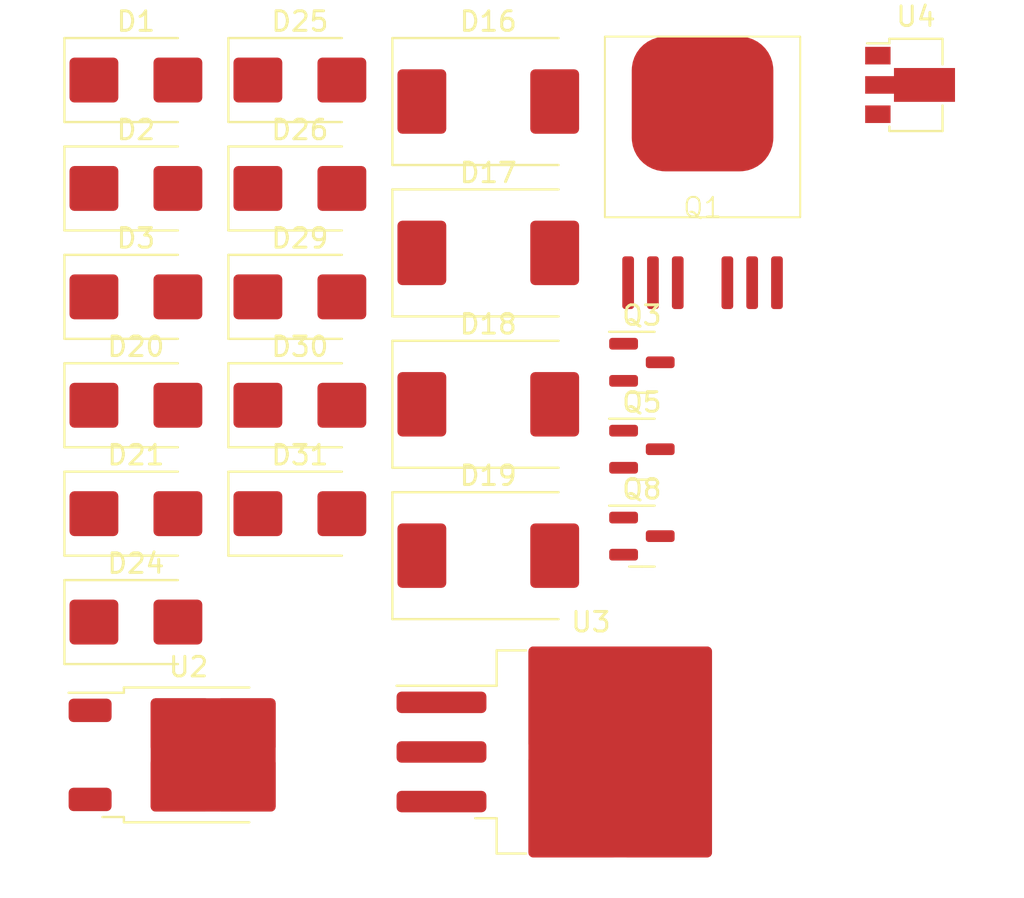
<source format=kicad_pcb>
(kicad_pcb (version 20221018) (generator pcbnew)
  (layers (0 "F.Cu" signal) (31 "B.Cu" signal) (34 "B.Paste" user) (35 "F.Paste" user) (36 "B.SilkS" user "B.Silkscreen") (37 "F.SilkS" user "F.Silkscreen") (38 "B.Mask" user) (39 "F.Mask" user) (44 "Edge.Cuts" user))
  (net 0 "")
  (net 1 "/POWER_STAGE/FET_DRAIN")
  (net 2 "Net-(D1-A2)")
  (net 3 "Net-(D2-A2)")
  (net 4 "Net-(D3-A2)")
  (net 5 "Net-(D16-K)")
  (net 6 "Net-(D16-A)")
  (net 7 "Net-(D17-K)")
  (net 8 "Net-(D18-A)")
  (net 9 "Net-(D20-A)")
  (net 10 "Net-(D24-A2)")
  (net 11 "Net-(D25-A2)")
  (net 12 "Net-(D26-A2)")
  (net 13 "Net-(D29-A2)")
  (net 14 "Net-(D30-A2)")
  (net 15 "Net-(D31-A2)")
  (net 19 "Net-(Q3-G)")
  (net 20 "Net-(IC5-VEE)")
  (net 21 "Net-(Q3-D)")
  (net 22 "Net-(Q5-G)")
  (net 23 "Net-(Q5-D)")
  (net 24 "Net-(Q8-G)")
  (net 25 "Net-(Q2-G)")
  (net 26 "/POWER_STAGE/ISO_15V")
  (net 27 "Net-(IC7-VCC2)")
  (net 28 "/HV_SESNE/ISO_0V")
  (net 29 "/HV_SESNE/ISO_15V")
  (footprint "Diode_SMD:D_SMC" (layer "F.Cu") (at 77.18 85.975)
    (fp_text reference "D17" (at 0 -4.1) (layer "F.SilkS"))
    (fp_text value "SS36-E3/57T")
    (fp_line (start -4.91 -3.25) (end 3.6 -3.25) (stroke (width 0.12)) (layer "F.SilkS"))
    (fp_line (start -4.91 3.25) (end -4.91 -3.25) (stroke (width 0.12)) (layer "F.SilkS"))
    (fp_line (start -4.91 3.25) (end 3.6 3.25) (stroke (width 0.12)) (layer "F.SilkS"))
    (pad "1" smd roundrect (at -3.4 0 90) (size 3.3 2.5) (layers "F.Cu" "F.Paste" "F.Mask") (roundrect_rratio 0.1) (net 7 "Net-(D17-K)"))
    (pad "2" smd roundrect (at 3.4 0 90) (size 3.3 2.5) (layers "F.Cu" "F.Paste" "F.Mask") (roundrect_rratio 0.1) (net 6 "Net-(D16-A)"))
  )
  (footprint "Diode_SMD:D_SMC" (layer "F.Cu") (at 77.18 93.725)
    (fp_text reference "D18" (at 0 -4.1) (layer "F.SilkS"))
    (fp_text value "SS36-E3/57T")
    (fp_line (start -4.91 -3.25) (end 3.6 -3.25) (stroke (width 0.12)) (layer "F.SilkS"))
    (fp_line (start -4.91 3.25) (end -4.91 -3.25) (stroke (width 0.12)) (layer "F.SilkS"))
    (fp_line (start -4.91 3.25) (end 3.6 3.25) (stroke (width 0.12)) (layer "F.SilkS"))
    (pad "1" smd roundrect (at -3.4 0 90) (size 3.3 2.5) (layers "F.Cu" "F.Paste" "F.Mask") (roundrect_rratio 0.1) (net 5 "Net-(D16-K)"))
    (pad "2" smd roundrect (at 3.4 0 90) (size 3.3 2.5) (layers "F.Cu" "F.Paste" "F.Mask") (roundrect_rratio 0.1) (net 8 "Net-(D18-A)"))
  )
  (footprint "Diode_SMD:D_SMB" (layer "F.Cu") (at 59.14 93.775)
    (fp_text reference "D20" (at 0 -3) (layer "F.SilkS"))
    (fp_text value "24V-550mW-SMB")
    (fp_line (start -3.66 -2.15) (end -3.66 2.15) (stroke (width 0.12)) (layer "F.SilkS"))
    (fp_line (start -3.66 -2.15) (end 2.15 -2.15) (stroke (width 0.12)) (layer "F.SilkS"))
    (fp_line (start -3.66 2.15) (end 2.15 2.15) (stroke (width 0.12)) (layer "F.SilkS"))
    (pad "1" smd roundrect (at -2.15 0) (size 2.5 2.3) (layers "F.Cu" "F.Paste" "F.Mask") (roundrect_rratio 0.1086956522) (net 5 "Net-(D16-K)"))
    (pad "2" smd roundrect (at 2.15 0) (size 2.5 2.3) (layers "F.Cu" "F.Paste" "F.Mask") (roundrect_rratio 0.1086956522) (net 9 "Net-(D20-A)"))
  )
  (footprint "Diode_SMD:D_SMB" (layer "F.Cu") (at 67.535 88.225)
    (fp_text reference "D29" (at 0 -3) (layer "F.SilkS"))
    (fp_text value "SM6T24A")
    (fp_line (start -3.66 -2.15) (end -3.66 2.15) (stroke (width 0.12)) (layer "F.SilkS"))
    (fp_line (start -3.66 -2.15) (end 2.15 -2.15) (stroke (width 0.12)) (layer "F.SilkS"))
    (fp_line (start -3.66 2.15) (end 2.15 2.15) (stroke (width 0.12)) (layer "F.SilkS"))
    (pad "1" smd roundrect (at -2.15 0) (size 2.5 2.3) (layers "F.Cu" "F.Paste" "F.Mask") (roundrect_rratio 0.1086956522) (net 1 "/POWER_STAGE/FET_DRAIN"))
    (pad "2" smd roundrect (at 2.15 0) (size 2.5 2.3) (layers "F.Cu" "F.Paste" "F.Mask") (roundrect_rratio 0.1086956522) (net 13 "Net-(D29-A2)"))
  )
  (footprint "Diode_SMD:D_SMC" (layer "F.Cu") (at 77.18 78.225)
    (fp_text reference "D16" (at 0 -4.1) (layer "F.SilkS"))
    (fp_text value "SS36-E3/57T")
    (fp_line (start -4.91 -3.25) (end 3.6 -3.25) (stroke (width 0.12)) (layer "F.SilkS"))
    (fp_line (start -4.91 3.25) (end -4.91 -3.25) (stroke (width 0.12)) (layer "F.SilkS"))
    (fp_line (start -4.91 3.25) (end 3.6 3.25) (stroke (width 0.12)) (layer "F.SilkS"))
    (pad "1" smd roundrect (at -3.4 0 90) (size 3.3 2.5) (layers "F.Cu" "F.Paste" "F.Mask") (roundrect_rratio 0.1) (net 5 "Net-(D16-K)"))
    (pad "2" smd roundrect (at 3.4 0 90) (size 3.3 2.5) (layers "F.Cu" "F.Paste" "F.Mask") (roundrect_rratio 0.1) (net 6 "Net-(D16-A)"))
  )
  (footprint "Package_TO_SOT_SMD:SOT-23" (layer "F.Cu") (at 85.045 96.025)
    (fp_text reference "Q5" (at 0 -2.4) (layer "F.SilkS"))
    (fp_text value "AO3400A")
    (fp_line (start 0 -1.56) (end -1.675 -1.56) (stroke (width 0.12)) (layer "F.SilkS"))
    (fp_line (start 0 -1.56) (end 0.65 -1.56) (stroke (width 0.12)) (layer "F.SilkS"))
    (fp_line (start 0 1.56) (end -0.65 1.56) (stroke (width 0.12)) (layer "F.SilkS"))
    (fp_line (start 0 1.56) (end 0.65 1.56) (stroke (width 0.12)) (layer "F.SilkS"))
    (pad "1" smd roundrect (at -0.9375 -0.95) (size 1.475 0.6) (layers "F.Cu" "F.Paste" "F.Mask") (net 22 "Net-(Q5-G)"))
    (pad "2" smd roundrect (at -0.9375 0.95) (size 1.475 0.6) (layers "F.Cu" "F.Paste" "F.Mask") (net 20 "Net-(IC5-VEE)"))
    (pad "3" smd roundrect (at 0.9375 0) (size 1.475 0.6) (layers "F.Cu" "F.Paste" "F.Mask") (net 23 "Net-(Q5-D)"))
  )
  (footprint "Diode_SMD:D_SMB" (layer "F.Cu") (at 59.14 77.125)
    (fp_text reference "D1" (at 0 -3) (layer "F.SilkS"))
    (fp_text value "SM6T24A")
    (fp_line (start -3.66 -2.15) (end -3.66 2.15) (stroke (width 0.12)) (layer "F.SilkS"))
    (fp_line (start -3.66 -2.15) (end 2.15 -2.15) (stroke (width 0.12)) (layer "F.SilkS"))
    (fp_line (start -3.66 2.15) (end 2.15 2.15) (stroke (width 0.12)) (layer "F.SilkS"))
    (pad "1" smd roundrect (at -2.15 0) (size 2.5 2.3) (layers "F.Cu" "F.Paste" "F.Mask") (roundrect_rratio 0.1086956522) (net 1 "/POWER_STAGE/FET_DRAIN"))
    (pad "2" smd roundrect (at 2.15 0) (size 2.5 2.3) (layers "F.Cu" "F.Paste" "F.Mask") (roundrect_rratio 0.1086956522) (net 2 "Net-(D1-A2)"))
  )
  (footprint "Diode_SMD:D_SMB" (layer "F.Cu") (at 67.535 93.775)
    (fp_text reference "D30" (at 0 -3) (layer "F.SilkS"))
    (fp_text value "SM6T24A")
    (fp_line (start -3.66 -2.15) (end -3.66 2.15) (stroke (width 0.12)) (layer "F.SilkS"))
    (fp_line (start -3.66 -2.15) (end 2.15 -2.15) (stroke (width 0.12)) (layer "F.SilkS"))
    (fp_line (start -3.66 2.15) (end 2.15 2.15) (stroke (width 0.12)) (layer "F.SilkS"))
    (pad "1" smd roundrect (at -2.15 0) (size 2.5 2.3) (layers "F.Cu" "F.Paste" "F.Mask") (roundrect_rratio 0.1086956522) (net 13 "Net-(D29-A2)"))
    (pad "2" smd roundrect (at 2.15 0) (size 2.5 2.3) (layers "F.Cu" "F.Paste" "F.Mask") (roundrect_rratio 0.1086956522) (net 14 "Net-(D30-A2)"))
  )
  (footprint "Library:HYG050N13NS1B6" (layer "F.Cu") (at 88.15 84.15)
    (fp_text reference "Q1" (at 0 -0.5 unlocked) (layer "F.SilkS") (effects (font (thickness 0.1))))
    (fp_text value "NJFET")
    (fp_rect (start -5 -9.25) (end 5 0) (stroke (width 0.1)) (fill none) (layer "F.SilkS"))
    (pad "1" smd roundrect (at -3.81 3.35) (size 0.6 2.7) (layers "F.Cu" "F.Paste" "F.Mask"))
    (pad "2" smd roundrect (at -2.54 3.35) (size 0.6 2.7) (layers "F.Cu" "F.Paste" "F.Mask"))
    (pad "2" smd roundrect (at -1.27 3.35) (size 0.6 2.7) (layers "F.Cu" "F.Paste" "F.Mask"))
    (pad "2" smd roundrect (at 1.27 3.35) (size 0.6 2.7) (layers "F.Cu" "F.Paste" "F.Mask"))
    (pad "2" smd roundrect (at 2.54 3.35) (size 0.6 2.7) (layers "F.Cu" "F.Paste" "F.Mask"))
    (pad "2" smd roundrect (at 3.81 3.35) (size 0.6 2.7) (layers "F.Cu" "F.Paste" "F.Mask"))
    (pad "3" smd roundrect (at 0 -5.8) (size 7.25 6.9) (layers "F.Cu" "F.Paste" "F.Mask"))
  )
  (footprint "Diode_SMD:D_SMB" (layer "F.Cu") (at 59.14 99.325)
    (fp_text reference "D21" (at 0 -3) (layer "F.SilkS"))
    (fp_text value "24V-550mW-SMB")
    (fp_line (start -3.66 -2.15) (end -3.66 2.15) (stroke (width 0.12)) (layer "F.SilkS"))
    (fp_line (start -3.66 -2.15) (end 2.15 -2.15) (stroke (width 0.12)) (layer "F.SilkS"))
    (fp_line (start -3.66 2.15) (end 2.15 2.15) (stroke (width 0.12)) (layer "F.SilkS"))
    (pad "1" smd roundrect (at -2.15 0) (size 2.5 2.3) (layers "F.Cu" "F.Paste" "F.Mask") (roundrect_rratio 0.1086956522) (net 7 "Net-(D17-K)"))
    (pad "2" smd roundrect (at 2.15 0) (size 2.5 2.3) (layers "F.Cu" "F.Paste" "F.Mask") (roundrect_rratio 0.1086956522) (net 9 "Net-(D20-A)"))
  )
  (footprint "Package_TO_SOT_SMD:TO-263-3_TabPin2" (layer "F.Cu") (at 82.435 111.525)
    (fp_text reference "U3" (at 0 -6.65) (layer "F.SilkS"))
    (fp_text value "LM7905S")
    (fp_line (start -4.825 -5.2) (end -4.825 -3.39) (stroke (width 0.12)) (layer "F.SilkS"))
    (fp_line (start -4.825 -3.39) (end -9.95 -3.39) (stroke (width 0.12)) (layer "F.SilkS"))
    (fp_line (start -4.825 3.39) (end -5.925 3.39) (stroke (width 0.12)) (layer "F.SilkS"))
    (fp_line (start -4.825 5.2) (end -4.825 3.39) (stroke (width 0.12)) (layer "F.SilkS"))
    (fp_line (start -3.325 -5.2) (end -4.825 -5.2) (stroke (width 0.12)) (layer "F.SilkS"))
    (fp_line (start -3.325 5.2) (end -4.825 5.2) (stroke (width 0.12)) (layer "F.SilkS"))
    (pad "1" smd roundrect (at -7.65 -2.54) (size 4.6 1.1) (layers "F.Cu" "F.Paste" "F.Mask") (roundrect_rratio 0.227273) (net 9 "Net-(D20-A)"))
    (pad "2" smd roundrect (at -7.65 0) (size 4.6 1.1) (layers "F.Cu" "F.Paste" "F.Mask") (roundrect_rratio 0.227273) (net 7 "Net-(D17-K)"))
    (pad "2" smd roundrect (at -0.925 -2.775) (size 4.55 5.25) (layers "F.Cu" "F.Paste") (roundrect_rratio 0.054945) (net 7 "Net-(D17-K)"))
    (pad "2" smd roundrect (at -0.925 2.775) (size 4.55 5.25) (layers "F.Cu" "F.Paste") (roundrect_rratio 0.054945) (net 7 "Net-(D17-K)"))
    (pad "2" smd roundrect (at 1.5 0) (size 9.4 10.8) (layers "F.Cu" "F.Mask") (roundrect_rratio 0.026596) (net 7 "Net-(D17-K)"))
    (pad "2" smd roundrect (at 3.925 -2.775) (size 4.55 5.25) (layers "F.Cu" "F.Paste") (roundrect_rratio 0.054945) (net 7 "Net-(D17-K)"))
    (pad "2" smd roundrect (at 3.925 2.775) (size 4.55 5.25) (layers "F.Cu" "F.Paste") (roundrect_rratio 0.054945) (net 7 "Net-(D17-K)"))
    (pad "3" smd roundrect (at -7.65 2.54) (size 4.6 1.1) (layers "F.Cu" "F.Paste" "F.Mask") (roundrect_rratio 0.227273) (net 20 "Net-(IC5-VEE)"))
  )
  (footprint "Diode_SMD:D_SMB" (layer "F.Cu") (at 59.14 104.875)
    (fp_text reference "D24" (at 0 -3) (layer "F.SilkS"))
    (fp_text value "SM6T24A")
    (fp_line (start -3.66 -2.15) (end -3.66 2.15) (stroke (width 0.12)) (layer "F.SilkS"))
    (fp_line (start -3.66 -2.15) (end 2.15 -2.15) (stroke (width 0.12)) (layer "F.SilkS"))
    (fp_line (start -3.66 2.15) (end 2.15 2.15) (stroke (width 0.12)) (layer "F.SilkS"))
    (pad "1" smd roundrect (at -2.15 0) (size 2.5 2.3) (layers "F.Cu" "F.Paste" "F.Mask") (roundrect_rratio 0.1086956522) (net 1 "/POWER_STAGE/FET_DRAIN"))
    (pad "2" smd roundrect (at 2.15 0) (size 2.5 2.3) (layers "F.Cu" "F.Paste" "F.Mask") (roundrect_rratio 0.1086956522) (net 10 "Net-(D24-A2)"))
  )
  (footprint "Diode_SMD:D_SMC" (layer "F.Cu") (at 77.18 101.475)
    (fp_text reference "D19" (at 0 -4.1) (layer "F.SilkS"))
    (fp_text value "SS36-E3/57T")
    (fp_line (start -4.91 -3.25) (end 3.6 -3.25) (stroke (width 0.12)) (layer "F.SilkS"))
    (fp_line (start -4.91 3.25) (end -4.91 -3.25) (stroke (width 0.12)) (layer "F.SilkS"))
    (fp_line (start -4.91 3.25) (end 3.6 3.25) (stroke (width 0.12)) (layer "F.SilkS"))
    (pad "1" smd roundrect (at -3.4 0 90) (size 3.3 2.5) (layers "F.Cu" "F.Paste" "F.Mask") (roundrect_rratio 0.1) (net 7 "Net-(D17-K)"))
    (pad "2" smd roundrect (at 3.4 0 90) (size 3.3 2.5) (layers "F.Cu" "F.Paste" "F.Mask") (roundrect_rratio 0.1) (net 8 "Net-(D18-A)"))
  )
  (footprint "Package_TO_SOT_SMD:SOT-23" (layer "F.Cu") (at 85.045 100.475)
    (fp_text reference "Q8" (at 0 -2.4) (layer "F.SilkS"))
    (fp_text value "AO3400A")
    (fp_line (start 0 -1.56) (end -1.675 -1.56) (stroke (width 0.12)) (layer "F.SilkS"))
    (fp_line (start 0 -1.56) (end 0.65 -1.56) (stroke (width 0.12)) (layer "F.SilkS"))
    (fp_line (start 0 1.56) (end -0.65 1.56) (stroke (width 0.12)) (layer "F.SilkS"))
    (fp_line (start 0 1.56) (end 0.65 1.56) (stroke (width 0.12)) (layer "F.SilkS"))
    (pad "1" smd roundrect (at -0.9375 -0.95) (size 1.475 0.6) (layers "F.Cu" "F.Paste" "F.Mask") (net 24 "Net-(Q8-G)"))
    (pad "2" smd roundrect (at -0.9375 0.95) (size 1.475 0.6) (layers "F.Cu" "F.Paste" "F.Mask") (net 20 "Net-(IC5-VEE)"))
    (pad "3" smd roundrect (at 0.9375 0) (size 1.475 0.6) (layers "F.Cu" "F.Paste" "F.Mask") (net 25 "Net-(Q2-G)"))
  )
  (footprint "Package_TO_SOT_SMD:SOT-89-3" (layer "F.Cu") (at 99.075 77.375)
    (fp_text reference "U4" (at 0 -3.5) (layer "F.SilkS"))
    (fp_text value "L78L33_SOT89")
    (fp_line (start -2.5 -2.13) (end -1.36 -2.13) (stroke (width 0.12)) (layer "F.SilkS"))
    (fp_line (start -1.36 -2.36) (end -1.36 -2.13) (stroke (width 0.12)) (layer "F.SilkS"))
    (fp_line (start -1.36 -2.36) (end 1.36 -2.36) (stroke (width 0.12)) (layer "F.SilkS"))
    (fp_line (start -1.36 2.36) (end -1.36 2.13) (stroke (width 0.12)) (layer "F.SilkS"))
    (fp_line (start 1.36 -2.36) (end 1.36 -1.05) (stroke (width 0.12)) (layer "F.SilkS"))
    (fp_line (start 1.36 1.05) (end 1.36 2.36) (stroke (width 0.12)) (layer "F.SilkS"))
    (fp_line (start 1.36 2.36) (end -1.36 2.36) (stroke (width 0.12)) (layer "F.SilkS"))
    (pad "1" smd rect (at -1.95 -1.5) (size 1.3 0.9) (layers "F.Cu" "F.Paste" "F.Mask") (net 27 "Net-(IC7-VCC2)"))
    (pad "2" smd custom (at -1.8625 0) (size 1.475 0.9) (layers "F.Cu" "F.Paste" "F.Mask") (net 28 "/HV_SESNE/ISO_0V") (options (clearance outline) (anchor rect)) (primitives (gr_poly (pts (xy 3.8625 0.8665) (xy 0.7375 0.8665) (xy 0.7375 -0.8665) (xy 3.8625 -0.8665)) (width 0) (fill yes))))
    (pad "3" smd rect (at -1.95 1.5) (size 1.3 0.9) (layers "F.Cu" "F.Paste" "F.Mask") (net 29 "/HV_SESNE/ISO_15V"))
  )
  (footprint "Diode_SMD:D_SMB" (layer "F.Cu") (at 67.535 99.325)
    (fp_text reference "D31" (at 0 -3) (layer "F.SilkS"))
    (fp_text value "SM6T24A")
    (fp_line (start -3.66 -2.15) (end -3.66 2.15) (stroke (width 0.12)) (layer "F.SilkS"))
    (fp_line (start -3.66 -2.15) (end 2.15 -2.15) (stroke (width 0.12)) (layer "F.SilkS"))
    (fp_line (start -3.66 2.15) (end 2.15 2.15) (stroke (width 0.12)) (layer "F.SilkS"))
    (pad "1" smd roundrect (at -2.15 0) (size 2.5 2.3) (layers "F.Cu" "F.Paste" "F.Mask") (roundrect_rratio 0.1086956522) (net 14 "Net-(D30-A2)"))
    (pad "2" smd roundrect (at 2.15 0) (size 2.5 2.3) (layers "F.Cu" "F.Paste" "F.Mask") (roundrect_rratio 0.1086956522) (net 15 "Net-(D31-A2)"))
  )
  (footprint "Diode_SMD:D_SMB" (layer "F.Cu") (at 67.535 77.125)
    (fp_text reference "D25" (at 0 -3) (layer "F.SilkS"))
    (fp_text value "SM6T24A")
    (fp_line (start -3.66 -2.15) (end -3.66 2.15) (stroke (width 0.12)) (layer "F.SilkS"))
    (fp_line (start -3.66 -2.15) (end 2.15 -2.15) (stroke (width 0.12)) (layer "F.SilkS"))
    (fp_line (start -3.66 2.15) (end 2.15 2.15) (stroke (width 0.12)) (layer "F.SilkS"))
    (pad "1" smd roundrect (at -2.15 0) (size 2.5 2.3) (layers "F.Cu" "F.Paste" "F.Mask") (roundrect_rratio 0.1086956522) (net 10 "Net-(D24-A2)"))
    (pad "2" smd roundrect (at 2.15 0) (size 2.5 2.3) (layers "F.Cu" "F.Paste" "F.Mask") (roundrect_rratio 0.1086956522) (net 11 "Net-(D25-A2)"))
  )
  (footprint "Diode_SMD:D_SMB" (layer "F.Cu") (at 59.14 82.675)
    (fp_text reference "D2" (at 0 -3) (layer "F.SilkS"))
    (fp_text value "SM6T24A")
    (fp_line (start -3.66 -2.15) (end -3.66 2.15) (stroke (width 0.12)) (layer "F.SilkS"))
    (fp_line (start -3.66 -2.15) (end 2.15 -2.15) (stroke (width 0.12)) (layer "F.SilkS"))
    (fp_line (start -3.66 2.15) (end 2.15 2.15) (stroke (width 0.12)) (layer "F.SilkS"))
    (pad "1" smd roundrect (at -2.15 0) (size 2.5 2.3) (layers "F.Cu" "F.Paste" "F.Mask") (roundrect_rratio 0.1086956522) (net 2 "Net-(D1-A2)"))
    (pad "2" smd roundrect (at 2.15 0) (size 2.5 2.3) (layers "F.Cu" "F.Paste" "F.Mask") (roundrect_rratio 0.1086956522) (net 3 "Net-(D2-A2)"))
  )
  (footprint "Package_TO_SOT_SMD:TO-252-2" (layer "F.Cu") (at 61.835 111.675)
    (fp_text reference "U2" (at 0 -4.5) (layer "F.SilkS"))
    (fp_text value "L78M15")
    (fp_line (start -3.31 -3.45) (end -3.31 -3.18) (stroke (width 0.12)) (layer "F.SilkS"))
    (fp_line (start -3.31 -3.18) (end -6.14 -3.18) (stroke (width 0.12)) (layer "F.SilkS"))
    (fp_line (start -3.31 3.18) (end -4.41 3.18) (stroke (width 0.12)) (layer "F.SilkS"))
    (fp_line (start -3.31 3.45) (end -3.31 3.18) (stroke (width 0.12)) (layer "F.SilkS"))
    (fp_line (start 3.11 -3.45) (end -3.31 -3.45) (stroke (width 0.12)) (layer "F.SilkS"))
    (fp_line (start 3.11 3.45) (end -3.31 3.45) (stroke (width 0.12)) (layer "F.SilkS"))
    (pad "1" smd roundrect (at -5.04 -2.28) (size 2.2 1.2) (layers "F.Cu" "F.Paste" "F.Mask") (roundrect_rratio 0.208333) (net 5 "Net-(D16-K)"))
    (pad "2" smd roundrect (at -0.415 -1.525) (size 3.05 2.75) (layers "F.Cu" "F.Paste") (roundrect_rratio 0.090909) (net 9 "Net-(D20-A)"))
    (pad "2" smd roundrect (at -0.415 1.525) (size 3.05 2.75) (layers "F.Cu" "F.Paste") (roundrect_rratio 0.090909) (net 9 "Net-(D20-A)"))
    (pad "2" smd roundrect (at 1.26 0) (size 6.4 5.8) (layers "F.Cu" "F.Mask") (roundrect_rratio 0.043103) (net 9 "Net-(D20-A)"))
    (pad "2" smd roundrect (at 2.935 -1.525) (size 3.05 2.75) (layers "F.Cu" "F.Paste") (roundrect_rratio 0.090909) (net 9 "Net-(D20-A)"))
    (pad "2" smd roundrect (at 2.935 1.525) (size 3.05 2.75) (layers "F.Cu" "F.Paste") (roundrect_rratio 0.090909) (net 9 "Net-(D20-A)"))
    (pad "3" smd roundrect (at -5.04 2.28) (size 2.2 1.2) (layers "F.Cu" "F.Paste" "F.Mask") (roundrect_rratio 0.208333) (net 26 "/POWER_STAGE/ISO_15V"))
  )
  (footprint "Diode_SMD:D_SMB" (layer "F.Cu") (at 67.535 82.675)
    (fp_text reference "D26" (at 0 -3) (layer "F.SilkS"))
    (fp_text value "SM6T24A")
    (fp_line (start -3.66 -2.15) (end -3.66 2.15) (stroke (width 0.12)) (layer "F.SilkS"))
    (fp_line (start -3.66 -2.15) (end 2.15 -2.15) (stroke (width 0.12)) (layer "F.SilkS"))
    (fp_line (start -3.66 2.15) (end 2.15 2.15) (stroke (width 0.12)) (layer "F.SilkS"))
    (pad "1" smd roundrect (at -2.15 0) (size 2.5 2.3) (layers "F.Cu" "F.Paste" "F.Mask") (roundrect_rratio 0.1086956522) (net 11 "Net-(D25-A2)"))
    (pad "2" smd roundrect (at 2.15 0) (size 2.5 2.3) (layers "F.Cu" "F.Paste" "F.Mask") (roundrect_rratio 0.1086956522) (net 12 "Net-(D26-A2)"))
  )
  (footprint "Diode_SMD:D_SMB" (layer "F.Cu") (at 59.14 88.225)
    (fp_text reference "D3" (at 0 -3) (layer "F.SilkS"))
    (fp_text value "SM6T24A")
    (fp_line (start -3.66 -2.15) (end -3.66 2.15) (stroke (width 0.12)) (layer "F.SilkS"))
    (fp_line (start -3.66 -2.15) (end 2.15 -2.15) (stroke (width 0.12)) (layer "F.SilkS"))
    (fp_line (start -3.66 2.15) (end 2.15 2.15) (stroke (width 0.12)) (layer "F.SilkS"))
    (pad "1" smd roundrect (at -2.15 0) (size 2.5 2.3) (layers "F.Cu" "F.Paste" "F.Mask") (roundrect_rratio 0.1086956522) (net 3 "Net-(D2-A2)"))
    (pad "2" smd roundrect (at 2.15 0) (size 2.5 2.3) (layers "F.Cu" "F.Paste" "F.Mask") (roundrect_rratio 0.1086956522) (net 4 "Net-(D3-A2)"))
  )
  (footprint "Package_TO_SOT_SMD:SOT-23" (layer "F.Cu") (at 85.045 91.575)
    (fp_text reference "Q3" (at 0 -2.4) (layer "F.SilkS"))
    (fp_text value "AO3400A")
    (fp_line (start 0 -1.56) (end -1.675 -1.56) (stroke (width 0.12)) (layer "F.SilkS"))
    (fp_line (start 0 -1.56) (end 0.65 -1.56) (stroke (width 0.12)) (layer "F.SilkS"))
    (fp_line (start 0 1.56) (end -0.65 1.56) (stroke (width 0.12)) (layer "F.SilkS"))
    (fp_line (start 0 1.56) (end 0.65 1.56) (stroke (width 0.12)) (layer "F.SilkS"))
    (pad "1" smd roundrect (at -0.9375 -0.95) (size 1.475 0.6) (layers "F.Cu" "F.Paste" "F.Mask") (net 19 "Net-(Q3-G)"))
    (pad "2" smd roundrect (at -0.9375 0.95) (size 1.475 0.6) (layers "F.Cu" "F.Paste" "F.Mask") (net 20 "Net-(IC5-VEE)"))
    (pad "3" smd roundrect (at 0.9375 0) (size 1.475 0.6) (layers "F.Cu" "F.Paste" "F.Mask") (net 21 "Net-(Q3-D)"))
  )
)
</source>
